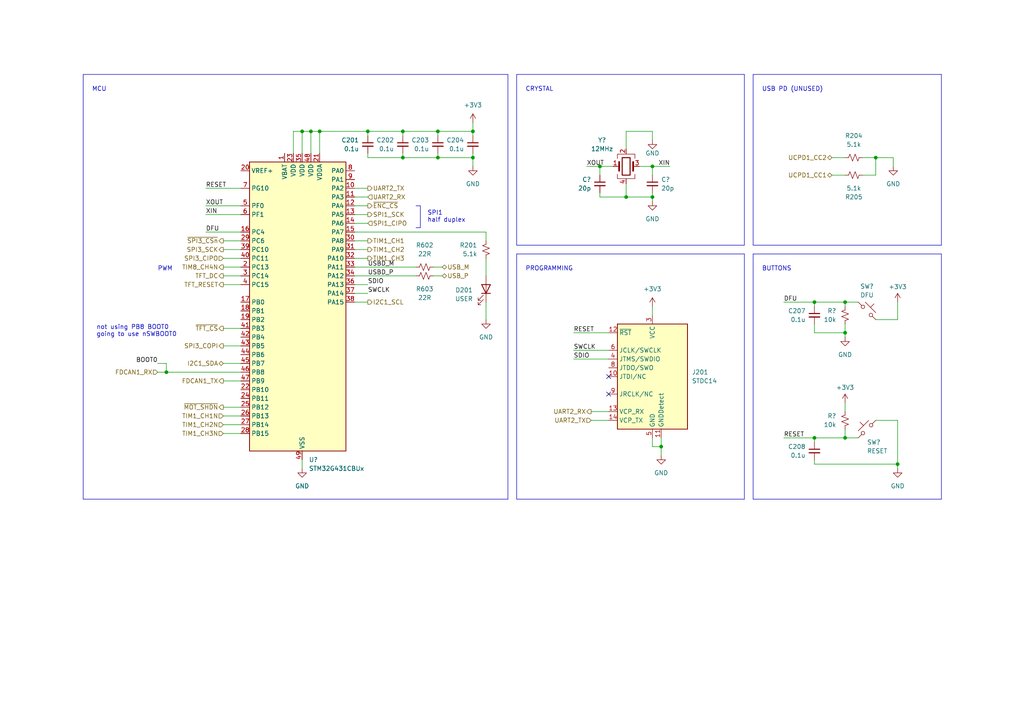
<source format=kicad_sch>
(kicad_sch (version 20230121) (generator eeschema)
  (paper "A4")
  (title_block (title "MICROCONTROLLER") (date "2023-06-17") (rev "1.0") (company "matei repair lab"))
  (lib_symbols
    (symbol "Connector:Conn_ST_STDC14"
      (property "Reference" "J" (at -8.89 16.51 0))
      (property "Value" "Conn_ST_STDC14" (at 17.78 16.51 0))
      (symbol "Conn_ST_STDC14_0_1"
        (rectangle (start -10.16 15.24) (end 10.16 -15.24) (stroke (width 0.254)) (fill (type background)))
      )
      (symbol "Conn_ST_STDC14_1_1"
        (pin no_connect line (at -10.16 5.08 0) (length 2.54) hide (name "NC") (number "1"))
        (pin output line (at 12.7 0 180) (length 2.54) (name "JTDI/NC") (number "10"))
        (pin passive line (at -2.54 -17.78 90) (length 2.54) (name "GNDDetect") (number "11"))
        (pin open_collector line (at 12.7 12.7 180) (length 2.54) (name "~{RST}") (number "12"))
        (pin output line (at 12.7 -10.16 180) (length 2.54) (name "VCP_RX") (number "13"))
        (pin input line (at 12.7 -12.7 180) (length 2.54) (name "VCP_TX") (number "14"))
        (pin no_connect line (at -10.16 2.54 0) (length 2.54) hide (name "NC") (number "2"))
        (pin power_in line (at 0 17.78 270) (length 2.54) (name "VCC") (number "3"))
        (pin bidirectional line (at 12.7 5.08 180) (length 2.54) (name "JTMS/SWDIO") (number "4"))
        (pin power_in line (at 0 -17.78 90) (length 2.54) (name "GND") (number "5"))
        (pin output line (at 12.7 7.62 180) (length 2.54) (name "JCLK/SWCLK") (number "6"))
        (pin passive line (at 0 -17.78 90) (length 2.54) hide (name "GND") (number "7"))
        (pin input line (at 12.7 2.54 180) (length 2.54) (name "JTDO/SWO") (number "8"))
        (pin input line (at 12.7 -5.08 180) (length 2.54) (name "JRCLK/NC") (number "9"))
      )
    )
    (symbol "Device:C_Small" (pin_numbers hide) (pin_names (offset 0.254) hide)
      (property "Reference" "C" (at 0.254 1.778 0))
      (property "Value" "C_Small" (at 0.254 -2.032 0))
      (symbol "C_Small_0_1"
        (polyline (pts (xy -1.524 -0.508) (xy 1.524 -0.508)) (stroke (width 0.3302)))
        (polyline (pts (xy -1.524 0.508) (xy 1.524 0.508)) (stroke (width 0.3048)))
      )
      (symbol "C_Small_1_1"
        (pin passive line (at 0 2.54 270) (length 2.032) (name "~") (number "1"))
        (pin passive line (at 0 -2.54 90) (length 2.032) (name "~") (number "2"))
      )
    )
    (symbol "Device:Crystal_GND24" (pin_names (offset 1.016) hide)
      (property "Reference" "Y" (at 3.175 5.08 0))
      (property "Value" "Crystal_GND24" (at 3.175 3.175 0))
      (symbol "Crystal_GND24_0_1"
        (rectangle (start -1.143 2.54) (end 1.143 -2.54) (stroke (width 0.3048)))
        (polyline (pts (xy -2.54 0) (xy -2.032 0)))
        (polyline (pts (xy -2.032 -1.27) (xy -2.032 1.27)) (stroke (width 0.508)))
        (polyline (pts (xy 0 -3.81) (xy 0 -3.556)))
        (polyline (pts (xy 0 3.556) (xy 0 3.81)))
        (polyline (pts (xy 2.032 -1.27) (xy 2.032 1.27)) (stroke (width 0.508)))
        (polyline (pts (xy 2.032 0) (xy 2.54 0)))
        (polyline (pts (xy -2.54 -2.286) (xy -2.54 -3.556) (xy 2.54 -3.556) (xy 2.54 -2.286)))
        (polyline (pts (xy -2.54 2.286) (xy -2.54 3.556) (xy 2.54 3.556) (xy 2.54 2.286)))
      )
      (symbol "Crystal_GND24_1_1"
        (pin passive line (at -3.81 0 0) (length 1.27) (name "1") (number "1"))
        (pin passive line (at 0 5.08 270) (length 1.27) (name "2") (number "2"))
        (pin passive line (at 3.81 0 180) (length 1.27) (name "3") (number "3"))
        (pin passive line (at 0 -5.08 90) (length 1.27) (name "4") (number "4"))
      )
    )
    (symbol "Device:LED" (pin_numbers hide) (pin_names (offset 1.016) hide)
      (property "Reference" "D" (at 0 2.54 0))
      (property "Value" "LED" (at 0 -2.54 0))
      (symbol "LED_0_1"
        (polyline (pts (xy -1.27 -1.27) (xy -1.27 1.27)) (stroke (width 0.254)))
        (polyline (pts (xy -1.27 0) (xy 1.27 0)))
        (polyline (pts (xy 1.27 -1.27) (xy 1.27 1.27) (xy -1.27 0) (xy 1.27 -1.27)) (stroke (width 0.254)))
        (polyline (pts (xy -3.048 -0.762) (xy -4.572 -2.286) (xy -3.81 -2.286) (xy -4.572 -2.286) (xy -4.572 -1.524)))
        (polyline (pts (xy -1.778 -0.762) (xy -3.302 -2.286) (xy -2.54 -2.286) (xy -3.302 -2.286) (xy -3.302 -1.524)))
      )
      (symbol "LED_1_1"
        (pin passive line (at -3.81 0 0) (length 2.54) (name "K") (number "1"))
        (pin passive line (at 3.81 0 180) (length 2.54) (name "A") (number "2"))
      )
    )
    (symbol "Device:R_Small_US" (pin_numbers hide) (pin_names (offset 0.254) hide)
      (property "Reference" "R" (at 0.762 0.508 0))
      (property "Value" "R_Small_US" (at 0.762 -1.016 0))
      (symbol "R_Small_US_1_1"
        (polyline (pts (xy 0 0) (xy 1.016 -0.381) (xy 0 -0.762) (xy -1.016 -1.143) (xy 0 -1.524)))
        (polyline (pts (xy 0 1.524) (xy 1.016 1.143) (xy 0 0.762) (xy -1.016 0.381) (xy 0 0)))
        (pin passive line (at 0 2.54 270) (length 1.016) (name "~") (number "1"))
        (pin passive line (at 0 -2.54 90) (length 1.016) (name "~") (number "2"))
      )
    )
    (symbol "MCU_ST_STM32G4:STM32G431CBUx"
      (property "Reference" "U" (at -12.7 44.45 0))
      (property "Value" "STM32G431CBUx" (at 10.16 44.45 0))
      (symbol "STM32G431CBUx_0_1"
        (rectangle (start -12.7 -40.64) (end 15.24 43.18) (stroke (width 0.254)) (fill (type background)))
      )
      (symbol "STM32G431CBUx_1_1"
        (pin power_in line (at -2.54 45.72 270) (length 2.54) (name "VBAT") (number "1"))
        (pin bidirectional line (at 17.78 35.56 180) (length 2.54) (name "PA2") (number "10"))
        (pin bidirectional line (at 17.78 33.02 180) (length 2.54) (name "PA3") (number "11"))
        (pin bidirectional line (at 17.78 30.48 180) (length 2.54) (name "PA4") (number "12"))
        (pin bidirectional line (at 17.78 27.94 180) (length 2.54) (name "PA5") (number "13"))
        (pin bidirectional line (at 17.78 25.4 180) (length 2.54) (name "PA6") (number "14"))
        (pin bidirectional line (at 17.78 22.86 180) (length 2.54) (name "PA7") (number "15"))
        (pin bidirectional line (at -15.24 22.86 0) (length 2.54) (name "PC4") (number "16"))
        (pin bidirectional line (at -15.24 2.54 0) (length 2.54) (name "PB0") (number "17"))
        (pin bidirectional line (at -15.24 0 0) (length 2.54) (name "PB1") (number "18"))
        (pin bidirectional line (at -15.24 -2.54 0) (length 2.54) (name "PB2") (number "19"))
        (pin bidirectional line (at -15.24 12.7 0) (length 2.54) (name "PC13") (number "2"))
        (pin input line (at -15.24 40.64 0) (length 2.54) (name "VREF+") (number "20"))
        (pin power_in line (at 7.62 45.72 270) (length 2.54) (name "VDDA") (number "21"))
        (pin bidirectional line (at -15.24 -22.86 0) (length 2.54) (name "PB10") (number "22"))
        (pin power_in line (at 0 45.72 270) (length 2.54) (name "VDD") (number "23"))
        (pin bidirectional line (at -15.24 -25.4 0) (length 2.54) (name "PB11") (number "24"))
        (pin bidirectional line (at -15.24 -27.94 0) (length 2.54) (name "PB12") (number "25"))
        (pin bidirectional line (at -15.24 -30.48 0) (length 2.54) (name "PB13") (number "26"))
        (pin bidirectional line (at -15.24 -33.02 0) (length 2.54) (name "PB14") (number "27"))
        (pin bidirectional line (at -15.24 -35.56 0) (length 2.54) (name "PB15") (number "28"))
        (pin bidirectional line (at -15.24 20.32 0) (length 2.54) (name "PC6") (number "29"))
        (pin bidirectional line (at -15.24 10.16 0) (length 2.54) (name "PC14") (number "3"))
        (pin bidirectional line (at 17.78 20.32 180) (length 2.54) (name "PA8") (number "30"))
        (pin bidirectional line (at 17.78 17.78 180) (length 2.54) (name "PA9") (number "31"))
        (pin bidirectional line (at 17.78 15.24 180) (length 2.54) (name "PA10") (number "32"))
        (pin bidirectional line (at 17.78 12.7 180) (length 2.54) (name "PA11") (number "33"))
        (pin bidirectional line (at 17.78 10.16 180) (length 2.54) (name "PA12") (number "34"))
        (pin power_in line (at 2.54 45.72 270) (length 2.54) (name "VDD") (number "35"))
        (pin bidirectional line (at 17.78 7.62 180) (length 2.54) (name "PA13") (number "36"))
        (pin bidirectional line (at 17.78 5.08 180) (length 2.54) (name "PA14") (number "37"))
        (pin bidirectional line (at 17.78 2.54 180) (length 2.54) (name "PA15") (number "38"))
        (pin bidirectional line (at -15.24 17.78 0) (length 2.54) (name "PC10") (number "39"))
        (pin bidirectional line (at -15.24 7.62 0) (length 2.54) (name "PC15") (number "4"))
        (pin bidirectional line (at -15.24 15.24 0) (length 2.54) (name "PC11") (number "40"))
        (pin bidirectional line (at -15.24 -5.08 0) (length 2.54) (name "PB3") (number "41"))
        (pin bidirectional line (at -15.24 -7.62 0) (length 2.54) (name "PB4") (number "42"))
        (pin bidirectional line (at -15.24 -10.16 0) (length 2.54) (name "PB5") (number "43"))
        (pin bidirectional line (at -15.24 -12.7 0) (length 2.54) (name "PB6") (number "44"))
        (pin bidirectional line (at -15.24 -15.24 0) (length 2.54) (name "PB7") (number "45"))
        (pin bidirectional line (at -15.24 -17.78 0) (length 2.54) (name "PB8") (number "46"))
        (pin bidirectional line (at -15.24 -20.32 0) (length 2.54) (name "PB9") (number "47"))
        (pin power_in line (at 5.08 45.72 270) (length 2.54) (name "VDD") (number "48"))
        (pin power_in line (at 2.54 -43.18 90) (length 2.54) (name "VSS") (number "49"))
        (pin bidirectional line (at -15.24 30.48 0) (length 2.54) (name "PF0") (number "5"))
        (pin bidirectional line (at -15.24 27.94 0) (length 2.54) (name "PF1") (number "6"))
        (pin bidirectional line (at -15.24 35.56 0) (length 2.54) (name "PG10") (number "7"))
        (pin bidirectional line (at 17.78 40.64 180) (length 2.54) (name "PA0") (number "8"))
        (pin bidirectional line (at 17.78 38.1 180) (length 2.54) (name "PA1") (number "9"))
      )
    )
    (symbol "Switch:SW_Push_45deg" (pin_numbers hide) (pin_names (offset 1.016) hide)
      (property "Reference" "SW" (at 3.048 1.016 0))
      (property "Value" "SW_Push_45deg" (at 0 -3.81 0))
      (symbol "SW_Push_45deg_0_1"
        (circle (center -1.1684 1.1684) (radius 0.508))
        (polyline (pts (xy -0.508 2.54) (xy 2.54 -0.508)))
        (polyline (pts (xy 1.016 1.016) (xy 2.032 2.032)))
        (polyline (pts (xy -2.54 2.54) (xy -1.524 1.524) (xy -1.524 1.524)))
        (polyline (pts (xy 1.524 -1.524) (xy 2.54 -2.54) (xy 2.54 -2.54) (xy 2.54 -2.54)))
        (circle (center 1.143 -1.1938) (radius 0.508))
        (pin passive line (at -2.54 2.54 0) (length 0) (name "1") (number "1"))
        (pin passive line (at 2.54 -2.54 180) (length 0) (name "2") (number "2"))
      )
    )
    (symbol "power:+3V3" (power) (pin_names (offset 0))
      (property "Value" "+3V3" (at 0 3.556 0))
      (symbol "+3V3_0_1"
        (polyline (pts (xy -0.762 1.27) (xy 0 2.54)))
        (polyline (pts (xy 0 0) (xy 0 2.54)))
        (polyline (pts (xy 0 2.54) (xy 0.762 1.27)))
      )
      (symbol "+3V3_1_1"
        (pin power_in line (at 0 0 90) (length 0) hide (name "+3V3") (number "1"))
      )
    )
    (symbol "power:GND" (power) (pin_names (offset 0))
      (property "Value" "GND" (at 0 -3.81 0))
      (symbol "GND_0_1"
        (polyline (pts (xy 0 0) (xy 0 -1.27) (xy 1.27 -1.27) (xy 0 -2.54) (xy -1.27 -1.27) (xy 0 -1.27)))
      )
      (symbol "GND_1_1"
        (pin power_in line (at 0 0 270) (length 0) hide (name "GND") (number "1"))
      )
    )
  )
  (junction (at 191.77 129.54))
  (junction (at 127 38.1))
  (junction (at 189.23 48.26))
  (junction (at 90.17 38.1))
  (junction (at 87.63 38.1))
  (junction (at 106.68 38.1))
  (junction (at 254 45.72))
  (junction (at 260.35 134.62))
  (junction (at 116.84 38.1))
  (junction (at 116.84 45.72))
  (junction (at 137.16 45.72))
  (junction (at 245.11 127))
  (junction (at 137.16 38.1))
  (junction (at 127 45.72))
  (junction (at 245.11 87.63))
  (junction (at 236.22 127))
  (junction (at 173.99 48.26))
  (junction (at 189.23 57.15))
  (junction (at 92.71 38.1))
  (junction (at 48.26 107.95))
  (junction (at 236.22 87.63))
  (junction (at 181.61 57.15))
  (junction (at 245.11 96.52))
  (no_connect (at 176.53 114.3))
  (no_connect (at 176.53 109.22))
  (wire (pts (xy 227.33 87.63) (xy 236.22 87.63)))
  (wire (pts (xy 236.22 87.63) (xy 245.11 87.63)))
  (wire (pts (xy 106.68 38.1) (xy 106.68 39.37)))
  (wire (pts (xy 137.16 44.45) (xy 137.16 45.72)))
  (wire (pts (xy 173.99 48.26) (xy 173.99 50.8)))
  (polyline (pts (xy 218.44 21.59) (xy 218.44 71.12)))
  (wire (pts (xy 64.77 125.73) (xy 69.85 125.73)))
  (polyline (pts (xy 149.86 73.66) (xy 215.9 73.66)))
  (wire (pts (xy 87.63 38.1) (xy 87.63 44.45)))
  (wire (pts (xy 245.11 87.63) (xy 245.11 88.9)))
  (wire (pts (xy 245.11 96.52) (xy 245.11 93.98)))
  (wire (pts (xy 125.73 80.01) (xy 128.27 80.01)))
  (polyline (pts (xy 147.32 144.78) (xy 147.32 21.59)))
  (wire (pts (xy 64.77 105.41) (xy 69.85 105.41)))
  (wire (pts (xy 245.11 116.84) (xy 245.11 119.38)))
  (polyline (pts (xy 218.44 21.59) (xy 273.05 21.59)))
  (wire (pts (xy 189.23 88.9) (xy 189.23 91.44)))
  (wire (pts (xy 64.77 72.39) (xy 69.85 72.39)))
  (wire (pts (xy 171.45 119.38) (xy 176.53 119.38)))
  (wire (pts (xy 64.77 123.19) (xy 69.85 123.19)))
  (wire (pts (xy 189.23 55.88) (xy 189.23 57.15)))
  (wire (pts (xy 85.09 44.45) (xy 85.09 38.1)))
  (wire (pts (xy 90.17 38.1) (xy 92.71 38.1)))
  (wire (pts (xy 181.61 57.15) (xy 189.23 57.15)))
  (wire (pts (xy 189.23 57.15) (xy 189.23 58.42)))
  (polyline (pts (xy 120.65 59.69) (xy 121.92 59.69)))
  (polyline (pts (xy 149.86 21.59) (xy 149.86 71.12)))
  (wire (pts (xy 64.77 118.11) (xy 69.85 118.11)))
  (wire (pts (xy 48.26 105.41) (xy 48.26 107.95)))
  (wire (pts (xy 116.84 38.1) (xy 116.84 39.37)))
  (wire (pts (xy 127 45.72) (xy 137.16 45.72)))
  (wire (pts (xy 166.37 104.14) (xy 176.53 104.14)))
  (wire (pts (xy 177.8 48.26) (xy 173.99 48.26)))
  (wire (pts (xy 245.11 97.79) (xy 245.11 96.52)))
  (wire (pts (xy 245.11 127) (xy 248.92 127)))
  (wire (pts (xy 191.77 127) (xy 191.77 129.54)))
  (polyline (pts (xy 215.9 71.12) (xy 215.9 21.59)))
  (wire (pts (xy 64.77 69.85) (xy 69.85 69.85)))
  (wire (pts (xy 59.69 62.23) (xy 69.85 62.23)))
  (wire (pts (xy 259.08 45.72) (xy 259.08 48.26)))
  (wire (pts (xy 245.11 124.46) (xy 245.11 127)))
  (wire (pts (xy 189.23 129.54) (xy 191.77 129.54)))
  (polyline (pts (xy 273.05 144.78) (xy 273.05 73.66)))
  (wire (pts (xy 64.77 77.47) (xy 69.85 77.47)))
  (wire (pts (xy 254 121.92) (xy 260.35 121.92)))
  (wire (pts (xy 241.3 45.72) (xy 245.11 45.72)))
  (polyline (pts (xy 120.65 66.04) (xy 121.92 66.04)))
  (wire (pts (xy 102.87 72.39) (xy 106.68 72.39)))
  (polyline (pts (xy 24.13 21.59) (xy 147.32 21.59)))
  (wire (pts (xy 64.77 74.93) (xy 69.85 74.93)))
  (wire (pts (xy 48.26 107.95) (xy 69.85 107.95)))
  (wire (pts (xy 181.61 43.18) (xy 181.61 38.1)))
  (polyline (pts (xy 218.44 73.66) (xy 273.05 73.66)))
  (wire (pts (xy 260.35 121.92) (xy 260.35 134.62)))
  (polyline (pts (xy 24.13 21.59) (xy 24.13 144.78)))
  (wire (pts (xy 102.87 80.01) (xy 120.65 80.01)))
  (wire (pts (xy 106.68 38.1) (xy 116.84 38.1)))
  (polyline (pts (xy 149.86 21.59) (xy 215.9 21.59)))
  (wire (pts (xy 102.87 87.63) (xy 106.68 87.63)))
  (wire (pts (xy 59.69 59.69) (xy 69.85 59.69)))
  (wire (pts (xy 250.19 50.8) (xy 254 50.8)))
  (wire (pts (xy 254 45.72) (xy 259.08 45.72)))
  (wire (pts (xy 64.77 100.33) (xy 69.85 100.33)))
  (wire (pts (xy 189.23 48.26) (xy 189.23 50.8)))
  (wire (pts (xy 189.23 38.1) (xy 189.23 40.64)))
  (wire (pts (xy 59.69 54.61) (xy 69.85 54.61)))
  (wire (pts (xy 241.3 50.8) (xy 245.11 50.8)))
  (wire (pts (xy 189.23 127) (xy 189.23 129.54)))
  (wire (pts (xy 102.87 74.93) (xy 106.68 74.93)))
  (wire (pts (xy 102.87 67.31) (xy 140.97 67.31)))
  (wire (pts (xy 140.97 74.93) (xy 140.97 80.01)))
  (wire (pts (xy 250.19 45.72) (xy 254 45.72)))
  (wire (pts (xy 106.68 44.45) (xy 106.68 45.72)))
  (wire (pts (xy 191.77 129.54) (xy 191.77 132.08)))
  (wire (pts (xy 116.84 44.45) (xy 116.84 45.72)))
  (wire (pts (xy 171.45 121.92) (xy 176.53 121.92)))
  (wire (pts (xy 87.63 38.1) (xy 90.17 38.1)))
  (wire (pts (xy 140.97 67.31) (xy 140.97 69.85)))
  (wire (pts (xy 85.09 38.1) (xy 87.63 38.1)))
  (wire (pts (xy 102.87 77.47) (xy 120.65 77.47)))
  (polyline (pts (xy 218.44 73.66) (xy 218.44 144.78)))
  (wire (pts (xy 106.68 45.72) (xy 116.84 45.72)))
  (wire (pts (xy 90.17 38.1) (xy 90.17 44.45)))
  (wire (pts (xy 137.16 35.56) (xy 137.16 38.1)))
  (wire (pts (xy 260.35 87.63) (xy 260.35 92.71)))
  (wire (pts (xy 125.73 77.47) (xy 128.27 77.47)))
  (wire (pts (xy 173.99 55.88) (xy 173.99 57.15)))
  (wire (pts (xy 236.22 127) (xy 236.22 128.27)))
  (wire (pts (xy 102.87 85.09) (xy 106.68 85.09)))
  (wire (pts (xy 260.35 92.71) (xy 254 92.71)))
  (polyline (pts (xy 121.92 59.69) (xy 121.92 66.04)))
  (polyline (pts (xy 149.86 144.78) (xy 215.9 144.78)))
  (wire (pts (xy 185.42 48.26) (xy 189.23 48.26)))
  (wire (pts (xy 181.61 53.34) (xy 181.61 57.15)))
  (wire (pts (xy 227.33 127) (xy 236.22 127)))
  (wire (pts (xy 102.87 64.77) (xy 106.68 64.77)))
  (wire (pts (xy 64.77 95.25) (xy 69.85 95.25)))
  (wire (pts (xy 102.87 57.15) (xy 106.68 57.15)))
  (wire (pts (xy 64.77 82.55) (xy 69.85 82.55)))
  (wire (pts (xy 87.63 133.35) (xy 87.63 135.89)))
  (polyline (pts (xy 149.86 73.66) (xy 149.86 144.78)))
  (wire (pts (xy 236.22 93.98) (xy 236.22 96.52)))
  (wire (pts (xy 137.16 38.1) (xy 137.16 39.37)))
  (wire (pts (xy 45.72 105.41) (xy 48.26 105.41)))
  (wire (pts (xy 102.87 59.69) (xy 106.68 59.69)))
  (wire (pts (xy 59.69 67.31) (xy 69.85 67.31)))
  (polyline (pts (xy 273.05 71.12) (xy 273.05 21.59)))
  (wire (pts (xy 127 44.45) (xy 127 45.72)))
  (polyline (pts (xy 215.9 144.78) (xy 215.9 73.66)))
  (wire (pts (xy 236.22 127) (xy 245.11 127)))
  (polyline (pts (xy 24.13 144.78) (xy 147.32 144.78)))
  (wire (pts (xy 127 38.1) (xy 127 39.37)))
  (wire (pts (xy 254 50.8) (xy 254 45.72)))
  (wire (pts (xy 140.97 87.63) (xy 140.97 92.71)))
  (wire (pts (xy 127 38.1) (xy 137.16 38.1)))
  (wire (pts (xy 92.71 38.1) (xy 92.71 44.45)))
  (wire (pts (xy 181.61 38.1) (xy 189.23 38.1)))
  (wire (pts (xy 116.84 45.72) (xy 127 45.72)))
  (wire (pts (xy 166.37 96.52) (xy 176.53 96.52)))
  (wire (pts (xy 260.35 134.62) (xy 260.35 135.89)))
  (wire (pts (xy 102.87 54.61) (xy 106.68 54.61)))
  (wire (pts (xy 236.22 87.63) (xy 236.22 88.9)))
  (wire (pts (xy 64.77 120.65) (xy 69.85 120.65)))
  (wire (pts (xy 45.72 107.95) (xy 48.26 107.95)))
  (wire (pts (xy 102.87 69.85) (xy 106.68 69.85)))
  (wire (pts (xy 137.16 45.72) (xy 137.16 48.26)))
  (polyline (pts (xy 149.86 71.12) (xy 215.9 71.12)))
  (wire (pts (xy 236.22 133.35) (xy 236.22 134.62)))
  (wire (pts (xy 173.99 57.15) (xy 181.61 57.15)))
  (wire (pts (xy 102.87 82.55) (xy 106.68 82.55)))
  (wire (pts (xy 170.18 48.26) (xy 173.99 48.26)))
  (wire (pts (xy 245.11 87.63) (xy 248.92 87.63)))
  (wire (pts (xy 166.37 101.6) (xy 176.53 101.6)))
  (polyline (pts (xy 218.44 144.78) (xy 273.05 144.78)))
  (wire (pts (xy 236.22 96.52) (xy 245.11 96.52)))
  (wire (pts (xy 64.77 110.49) (xy 69.85 110.49)))
  (wire (pts (xy 92.71 38.1) (xy 106.68 38.1)))
  (wire (pts (xy 189.23 48.26) (xy 194.31 48.26)))
  (wire (pts (xy 116.84 38.1) (xy 127 38.1)))
  (polyline (pts (xy 218.44 71.12) (xy 273.05 71.12)))
  (wire (pts (xy 64.77 80.01) (xy 69.85 80.01)))
  (wire (pts (xy 236.22 134.62) (xy 260.35 134.62)))
  (wire (pts (xy 102.87 62.23) (xy 106.68 62.23)))
  (text "PROGRAMMING" (at 152.4 78.74 0) (effects (font (size 1.27 1.27)) (justify left bottom)))
  (text "BUTTONS" (at 220.98 78.74 0) (effects (font (size 1.27 1.27)) (justify left bottom)))
  (text "not using PB8 BOOT0\ngoing to use nSWBOOT0" (at 27.94 97.79 0) (effects (font (size 1.27 1.27)) (justify left bottom)))
  (text "MCU" (at 26.67 26.67 0) (effects (font (size 1.27 1.27)) (justify left bottom)))
  (text "PWM" (at 45.72 78.74 0) (effects (font (size 1.27 1.27)) (justify left bottom)))
  (text "CRYSTAL" (at 152.4 26.67 0) (effects (font (size 1.27 1.27)) (justify left bottom)))
  (text "USB PD (UNUSED)" (at 220.98 26.67 0) (effects (font (size 1.27 1.27)) (justify left bottom)))
  (text "SPI1\nhalf duplex" (at 123.952 64.643 0) (effects (font (size 1.27 1.27)) (justify left bottom)))
  (label "XIN" (at 194.31 48.26 180))
  (label "XOUT" (at 59.69 59.69 0))
  (label "RESET" (at 59.69 54.61 0))
  (label "DFU" (at 59.69 67.31 0))
  (label "XOUT" (at 170.18 48.26 0))
  (label "USBD_M" (at 106.68 77.47 0))
  (label "SDIO" (at 166.37 104.14 0))
  (label "BOOT0" (at 45.72 105.41 180))
  (label "SDIO" (at 106.68 82.55 0))
  (label "DFU" (at 227.33 87.63 0))
  (label "SWCLK" (at 106.68 85.09 0))
  (label "USBD_P" (at 106.68 80.01 0))
  (label "XIN" (at 59.69 62.23 0))
  (label "RESET" (at 166.37 96.52 0))
  (label "RESET" (at 227.33 127 0))
  (label "SWCLK" (at 166.37 101.6 0))
  (hierarchical_label "FDCAN1_RX" (shape input) (at 45.72 107.95 180))
  (hierarchical_label "UCPD1_CC2" (shape bidirectional) (at 241.3 45.72 180))
  (hierarchical_label "SPI3_COPI" (shape output) (at 64.77 100.33 180))
  (hierarchical_label "TFT_DC" (shape output) (at 64.77 80.01 180))
  (hierarchical_label "~{SPI3_CSn}" (shape output) (at 64.77 69.85 180))
  (hierarchical_label "I2C1_SDA" (shape bidirectional) (at 64.77 105.41 180))
  (hierarchical_label "USB_M" (shape bidirectional) (at 128.27 77.47 0))
  (hierarchical_label "UART2_RX" (shape input) (at 106.68 57.15 0))
  (hierarchical_label "SPI3_CIPO" (shape input) (at 64.77 74.93 180))
  (hierarchical_label "FDCAN1_TX" (shape output) (at 64.77 110.49 180))
  (hierarchical_label "TIM1_CH1" (shape output) (at 106.68 69.85 0))
  (hierarchical_label "~{ENC_CS}" (shape output) (at 106.68 59.69 0))
  (hierarchical_label "UART2_TX" (shape input) (at 171.45 121.92 180))
  (hierarchical_label "I2C1_SCL" (shape output) (at 106.68 87.63 0))
  (hierarchical_label "USB_P" (shape bidirectional) (at 128.27 80.01 0))
  (hierarchical_label "UART2_TX" (shape output) (at 106.68 54.61 0))
  (hierarchical_label "TIM1_CH3" (shape output) (at 106.68 74.93 0))
  (hierarchical_label "SPI3_SCK" (shape output) (at 64.77 72.39 180))
  (hierarchical_label "TIM1_CH2N" (shape input) (at 64.77 123.19 180))
  (hierarchical_label "TFT_RESET" (shape output) (at 64.77 82.55 180))
  (hierarchical_label "~{MOT_SHDN}" (shape output) (at 64.77 118.11 180))
  (hierarchical_label "SPI1_CIPO" (shape input) (at 106.68 64.77 0))
  (hierarchical_label "UCPD1_CC1" (shape bidirectional) (at 241.3 50.8 180))
  (hierarchical_label "TIM1_CH3N" (shape input) (at 64.77 125.73 180))
  (hierarchical_label "TIM8_CH4N" (shape output) (at 64.77 77.47 180))
  (hierarchical_label "TIM1_CH2" (shape output) (at 106.68 72.39 0))
  (hierarchical_label "TIM1_CH1N" (shape input) (at 64.77 120.65 180))
  (hierarchical_label "SPI1_SCK" (shape output) (at 106.68 62.23 0))
  (hierarchical_label "UART2_RX" (shape output) (at 171.45 119.38 180))
  (hierarchical_label "~{TFT_CS}" (shape output) (at 64.77 95.25 180))
  (symbol (lib_id "Device:R_Small_US") (at 245.11 121.92 0) (mirror y) (unit 1)
    (property "Reference" "R?" (at 242.57 120.65 0) (effects (justify left)))
    (property "Value" "10k" (at 242.57 123.19 0) (effects (justify left)))
    (property "Footprint" "Resistor_SMD:R_0402_1005Metric" (effects hide))
    (instances (project "stm32g431-mt6701-stspin233" (path "" (reference "R?") (unit 1)) (path "" (reference "R203") (unit 1))))
  )
  (symbol (lib_id "Device:C_Small") (at 236.22 91.44 0) (unit 1)
    (property "Reference" "C207" (at 233.68 90.1763 0) (effects (justify right)))
    (property "Value" "0.1u" (at 233.68 92.7163 0) (effects (justify right)))
    (property "Footprint" "Capacitor_SMD:C_0402_1005Metric" (effects hide))
  )
  (symbol (lib_id "Device:R_Small_US") (at 140.97 72.39 0) (mirror y) (unit 1)
    (property "Reference" "R201" (at 138.43 71.12 0) (effects (justify left)))
    (property "Value" "5.1k" (at 138.43 73.66 0) (effects (justify left)))
    (property "Footprint" "Resistor_SMD:R_0402_1005Metric" (effects hide))
  )
  (symbol (lib_id "Device:C_Small") (at 137.16 41.91 0) (mirror y) (unit 1)
    (property "Reference" "C204" (at 134.62 40.6463 0) (effects (justify left)))
    (property "Value" "0.1u" (at 134.62 43.1863 0) (effects (justify left)))
    (property "Footprint" "Capacitor_SMD:C_0402_1005Metric" (effects hide))
  )
  (symbol (lib_id "Device:C_Small") (at 189.23 53.34 0) (unit 1)
    (property "Reference" "C?" (at 191.77 52.0763 0) (effects (justify left)))
    (property "Value" "20p" (at 191.77 54.6163 0) (effects (justify left)))
    (property "Footprint" "Capacitor_SMD:C_0402_1005Metric" (effects hide))
    (instances (project "stm32g431-mt6701-stspin233" (path "" (reference "C?") (unit 1)) (path "" (reference "C206") (unit 1))))
  )
  (symbol (lib_id "Device:R_Small_US") (at 245.11 91.44 0) (mirror y) (unit 1)
    (property "Reference" "R?" (at 242.57 90.17 0) (effects (justify left)))
    (property "Value" "10k" (at 242.57 92.71 0) (effects (justify left)))
    (property "Footprint" "Resistor_SMD:R_0402_1005Metric" (effects hide))
    (instances (project "stm32g431-mt6701-stspin233" (path "" (reference "R?") (unit 1)) (path "" (reference "R202") (unit 1))))
  )
  (symbol (lib_id "Device:C_Small") (at 116.84 41.91 0) (mirror y) (unit 1)
    (property "Reference" "C202" (at 114.3 40.6463 0) (effects (justify left)))
    (property "Value" "0.1u" (at 114.3 43.1863 0) (effects (justify left)))
    (property "Footprint" "Capacitor_SMD:C_0402_1005Metric" (effects hide))
  )
  (symbol (lib_id "Device:C_Small") (at 127 41.91 0) (mirror y) (unit 1)
    (property "Reference" "C203" (at 124.46 40.6463 0) (effects (justify left)))
    (property "Value" "0.1u" (at 124.46 43.1863 0) (effects (justify left)))
    (property "Footprint" "Capacitor_SMD:C_0402_1005Metric" (effects hide))
  )
  (symbol (lib_id "power:GND") (at 137.16 48.26 0) (unit 1)
    (property "Reference" "#PWR0106" (effects hide))
    (property "Value" "GND" (at 137.16 53.34 0))
    (instances (project "stm32g431-mt6701-stspin233" (path "" (reference "#PWR0106") (unit 1)) (path "" (reference "#PWR0204") (unit 1))))
  )
  (symbol (lib_id "Device:R_Small_US") (at 247.65 45.72 90) (unit 1)
    (property "Reference" "R204" (at 247.65 39.37 90))
    (property "Value" "5.1k" (at 247.65 41.91 90))
    (property "Footprint" "Resistor_SMD:R_0402_1005Metric" (effects hide))
  )
  (symbol (lib_id "Device:C_Small") (at 106.68 41.91 0) (mirror y) (unit 1)
    (property "Reference" "C201" (at 104.14 40.6463 0) (effects (justify left)))
    (property "Value" "0.1u" (at 104.14 43.1863 0) (effects (justify left)))
    (property "Footprint" "Capacitor_SMD:C_0402_1005Metric" (effects hide))
  )
  (symbol (lib_id "MCU_ST_STM32G4:STM32G431CBUx") (at 85.09 90.17 0) (unit 1)
    (property "Reference" "U?" (at 89.5859 133.35 0) (effects (justify left)))
    (property "Value" "STM32G431CBUx" (at 89.5859 135.89 0) (effects (justify left)))
    (property "Footprint" "Package_DFN_QFN:QFN-48-1EP_7x7mm_P0.5mm_EP5.6x5.6mm" (effects hide))
    (property "Datasheet" "https://www.st.com/resource/en/datasheet/stm32g431cb.pdf" (effects hide))
    (instances (project "stm32g431-mt6701-stspin233" (path "" (reference "U?") (unit 1)) (path "" (reference "U201") (unit 1))))
  )
  (symbol (lib_id "power:+3V3") (at 245.11 116.84 0) (unit 1)
    (property "Reference" "#PWR0123" (effects hide))
    (property "Value" "+3V3" (at 245.11 112.395 0))
    (instances (project "stm32g431-mt6701-stspin233" (path "" (reference "#PWR0123") (unit 1)) (path "" (reference "#PWR0210") (unit 1))))
  )
  (symbol (lib_id "power:GND") (at 245.11 97.79 0) (unit 1)
    (property "Reference" "#PWR0122" (effects hide))
    (property "Value" "GND" (at 245.11 102.87 0))
    (instances (project "stm32g431-mt6701-stspin233" (path "" (reference "#PWR0122") (unit 1)) (path "" (reference "#PWR0209") (unit 1))))
  )
  (symbol (lib_id "Device:R_Small_US") (at 123.19 77.47 90) (unit 1)
    (property "Reference" "R602" (at 123.19 71.12 90))
    (property "Value" "22R" (at 123.19 73.66 90))
    (property "Footprint" "Resistor_SMD:R_0402_1005Metric" (effects hide))
    (instances (project "stm32g431-mt6701-stspin233" (path "" (reference "R602") (unit 1)) (path "" (reference "R?") (unit 1))))
  )
  (symbol (lib_id "Device:R_Small_US") (at 247.65 50.8 270) (unit 1)
    (property "Reference" "R205" (at 247.65 57.15 90))
    (property "Value" "5.1k" (at 247.65 54.61 90))
    (property "Footprint" "Resistor_SMD:R_0402_1005Metric" (effects hide))
  )
  (symbol (lib_id "power:GND") (at 259.08 48.26 0) (unit 1)
    (property "Reference" "#PWR0122" (effects hide))
    (property "Value" "GND" (at 259.08 53.34 0))
    (instances (project "stm32g431-mt6701-stspin233" (path "" (reference "#PWR0122") (unit 1)) (path "" (reference "#PWR0211") (unit 1))))
  )
  (symbol (lib_id "Device:R_Small_US") (at 123.19 80.01 270) (unit 1)
    (property "Reference" "R603" (at 123.19 83.82 90))
    (property "Value" "22R" (at 123.19 86.36 90))
    (property "Footprint" "Resistor_SMD:R_0402_1005Metric" (effects hide))
    (instances (project "stm32g431-mt6701-stspin233" (path "" (reference "R603") (unit 1)) (path "" (reference "R?") (unit 1))))
  )
  (symbol (lib_id "Switch:SW_Push_45deg") (at 251.46 90.17 0) (unit 1)
    (property "Reference" "SW?" (at 251.46 83.058 0))
    (property "Value" "DFU" (at 251.46 85.598 0))
    (property "Footprint" "matei:TS-1187A-B-A-B" (effects hide))
    (instances (project "stm32g431-mt6701-stspin233" (path "" (reference "SW?") (unit 1)) (path "" (reference "SW201") (unit 1))))
  )
  (symbol (lib_id "power:GND") (at 191.77 132.08 0) (unit 1)
    (property "Reference" "#PWR0111" (effects hide))
    (property "Value" "GND" (at 191.77 137.16 0))
    (instances (project "stm32g431-mt6701-stspin233" (path "" (reference "#PWR0111") (unit 1)) (path "" (reference "#PWR0208") (unit 1))))
  )
  (symbol (lib_id "power:GND") (at 189.23 58.42 0) (unit 1)
    (property "Reference" "#PWR0111" (effects hide))
    (property "Value" "GND" (at 189.23 63.5 0))
    (instances (project "stm32g431-mt6701-stspin233" (path "" (reference "#PWR0111") (unit 1)) (path "" (reference "#PWR0206") (unit 1))))
  )
  (symbol (lib_id "power:+3V3") (at 137.16 35.56 0) (unit 1)
    (property "Reference" "#PWR0107" (effects hide))
    (property "Value" "+3V3" (at 137.16 30.48 0))
    (instances (project "stm32g431-mt6701-stspin233" (path "" (reference "#PWR0107") (unit 1)) (path "" (reference "#PWR0203") (unit 1))))
  )
  (symbol (lib_id "power:GND") (at 87.63 135.89 0) (unit 1)
    (property "Reference" "#PWR0121" (effects hide))
    (property "Value" "GND" (at 87.63 140.97 0))
    (instances (project "stm32g431-mt6701-stspin233" (path "" (reference "#PWR0121") (unit 1)) (path "" (reference "#PWR0201") (unit 1))))
  )
  (symbol (lib_id "Connector:Conn_ST_STDC14") (at 189.23 109.22 0) (mirror y) (unit 1)
    (property "Reference" "J201" (at 200.66 107.95 0) (effects (justify right)))
    (property "Value" "STDC14" (at 200.66 110.49 0) (effects (justify right)))
    (property "Footprint" "Connector_PinSocket_1.27mm:PinSocket_2x07_P1.27mm_Vertical" (effects hide))
    (property "Datasheet" "https://www.st.com/content/ccc/resource/technical/document/user_manual/group1/99/49/91/b6/b2/3a/46/e5/DM00526767/files/DM00526767.pdf/jcr:content/translations/en.DM00526767.pdf" (effects hide))
  )
  (symbol (lib_id "power:GND") (at 189.23 40.64 0) (unit 1)
    (property "Reference" "#PWR0120" (effects hide))
    (property "Value" "GND" (at 189.23 44.45 0))
    (instances (project "stm32g431-mt6701-stspin233" (path "" (reference "#PWR0120") (unit 1)) (path "" (reference "#PWR0205") (unit 1))))
  )
  (symbol (lib_id "Device:LED") (at 140.97 83.82 270) (mirror x) (unit 1)
    (property "Reference" "D201" (at 137.16 84.1375 90) (effects (justify right)))
    (property "Value" "USER" (at 137.16 86.6775 90) (effects (justify right)))
    (property "Footprint" "Diode_SMD:D_0603_1608Metric" (effects hide))
  )
  (symbol (lib_id "power:+3V3") (at 260.35 87.63 0) (unit 1)
    (property "Reference" "#PWR0124" (effects hide))
    (property "Value" "+3V3" (at 260.35 83.185 0))
    (instances (project "stm32g431-mt6701-stspin233" (path "" (reference "#PWR0124") (unit 1)) (path "" (reference "#PWR0212") (unit 1))))
  )
  (symbol (lib_id "power:GND") (at 260.35 135.89 0) (unit 1)
    (property "Reference" "#PWR0125" (effects hide))
    (property "Value" "GND" (at 260.35 140.97 0))
    (instances (project "stm32g431-mt6701-stspin233" (path "" (reference "#PWR0125") (unit 1)) (path "" (reference "#PWR0213") (unit 1))))
  )
  (symbol (lib_id "Device:Crystal_GND24") (at 181.61 48.26 0) (unit 1)
    (property "Reference" "Y?" (at 174.625 40.64 0))
    (property "Value" "12MHz" (at 174.625 43.18 0))
    (property "Footprint" "Crystal:Crystal_SMD_3225-4Pin_3.2x2.5mm" (effects hide))
    (instances (project "stm32g431-mt6701-stspin233" (path "" (reference "Y?") (unit 1)) (path "" (reference "Y201") (unit 1))))
  )
  (symbol (lib_id "Switch:SW_Push_45deg") (at 251.46 124.46 90) (unit 1)
    (property "Reference" "SW?" (at 251.46 128.27 90) (effects (justify right)))
    (property "Value" "RESET" (at 251.46 130.81 90) (effects (justify right)))
    (property "Footprint" "matei:TS-1187A-B-A-B" (effects hide))
    (instances (project "stm32g431-mt6701-stspin233" (path "" (reference "SW?") (unit 1)) (path "" (reference "SW202") (unit 1))))
  )
  (symbol (lib_id "Device:C_Small") (at 173.99 53.34 0) (mirror y) (unit 1)
    (property "Reference" "C?" (at 171.45 52.0763 0) (effects (justify left)))
    (property "Value" "20p" (at 171.45 54.6163 0) (effects (justify left)))
    (property "Footprint" "Capacitor_SMD:C_0402_1005Metric" (effects hide))
    (instances (project "stm32g431-mt6701-stspin233" (path "" (reference "C?") (unit 1)) (path "" (reference "C205") (unit 1))))
  )
  (symbol (lib_id "Device:C_Small") (at 236.22 130.81 0) (unit 1)
    (property "Reference" "C208" (at 233.68 129.5463 0) (effects (justify right)))
    (property "Value" "0.1u" (at 233.68 132.0863 0) (effects (justify right)))
    (property "Footprint" "Capacitor_SMD:C_0402_1005Metric" (effects hide))
  )
  (symbol (lib_id "power:GND") (at 140.97 92.71 0) (mirror y) (unit 1)
    (property "Reference" "#PWR0111" (effects hide))
    (property "Value" "GND" (at 140.97 97.79 0))
    (instances (project "stm32g431-mt6701-stspin233" (path "" (reference "#PWR0111") (unit 1)) (path "" (reference "#PWR0202") (unit 1))))
  )
  (symbol (lib_id "power:+3V3") (at 189.23 88.9 0) (mirror y) (unit 1)
    (property "Reference" "#PWR0107" (effects hide))
    (property "Value" "+3V3" (at 189.23 83.82 0))
    (instances (project "stm32g431-mt6701-stspin233" (path "" (reference "#PWR0107") (unit 1)) (path "" (reference "#PWR0207") (unit 1))))
  )
)
</source>
